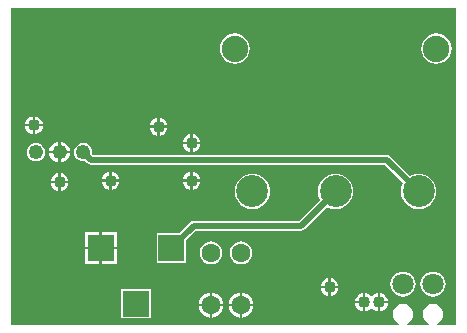
<source format=gbl>
%FSLAX24Y24*%
%MOIN*%
G70*
G01*
G75*
G04 Layer_Physical_Order=2*
G04 Layer_Color=16711680*
%ADD10R,0.0276X0.0354*%
%ADD11R,0.0512X0.0236*%
%ADD12R,0.0354X0.0276*%
%ADD13R,0.0315X0.0354*%
%ADD14R,0.0217X0.0394*%
%ADD15R,0.0472X0.0551*%
%ADD16R,0.0500X0.0299*%
%ADD17R,0.0217X0.0512*%
%ADD18C,0.0120*%
%ADD19C,0.0140*%
%ADD20C,0.0200*%
%ADD21C,0.0492*%
%ADD22R,0.0866X0.0866*%
%ADD23C,0.0709*%
%ADD24C,0.0630*%
%ADD25C,0.1063*%
%ADD26C,0.0882*%
%ADD27C,0.0400*%
G36*
X14913Y87D02*
X14278D01*
X14268Y136D01*
X14319Y157D01*
X14389Y211D01*
X14443Y281D01*
X14477Y362D01*
X14488Y450D01*
X14477Y538D01*
X14443Y619D01*
X14389Y689D01*
X14319Y743D01*
X14238Y777D01*
X14150Y788D01*
X14062Y777D01*
X13981Y743D01*
X13911Y689D01*
X13857Y619D01*
X13823Y538D01*
X13812Y450D01*
X13823Y362D01*
X13857Y281D01*
X13911Y211D01*
X13981Y157D01*
X14032Y136D01*
X14022Y87D01*
X13278D01*
X13268Y136D01*
X13319Y157D01*
X13389Y211D01*
X13443Y281D01*
X13477Y362D01*
X13488Y450D01*
X13477Y538D01*
X13443Y619D01*
X13389Y689D01*
X13319Y743D01*
X13238Y777D01*
X13150Y788D01*
X13062Y777D01*
X12981Y743D01*
X12911Y689D01*
X12857Y619D01*
X12823Y538D01*
X12812Y450D01*
X12823Y362D01*
X12857Y281D01*
X12911Y211D01*
X12981Y157D01*
X13032Y136D01*
X13022Y87D01*
X87D01*
Y10663D01*
X14913D01*
Y87D01*
D02*
G37*
%LPC*%
G36*
X10740Y1647D02*
Y1390D01*
X10997D01*
X10992Y1428D01*
X10962Y1501D01*
X10914Y1564D01*
X10851Y1612D01*
X10778Y1642D01*
X10740Y1647D01*
D02*
G37*
G36*
X3029Y2610D02*
X2536D01*
Y2117D01*
X3029D01*
Y2610D01*
D02*
G37*
G36*
X3602D02*
X3109D01*
Y2117D01*
X3602D01*
Y2610D01*
D02*
G37*
G36*
X10660Y1647D02*
X10622Y1642D01*
X10549Y1612D01*
X10486Y1564D01*
X10438Y1501D01*
X10408Y1428D01*
X10403Y1390D01*
X10660D01*
Y1647D01*
D02*
G37*
G36*
X12310Y1147D02*
X12272Y1142D01*
X12199Y1112D01*
X12136Y1064D01*
X12125Y1050D01*
X12075D01*
X12064Y1064D01*
X12001Y1112D01*
X11928Y1142D01*
X11890Y1147D01*
Y850D01*
Y553D01*
X11928Y558D01*
X12001Y588D01*
X12064Y636D01*
X12075Y650D01*
X12125D01*
X12136Y636D01*
X12199Y588D01*
X12272Y558D01*
X12310Y553D01*
Y850D01*
Y1147D01*
D02*
G37*
G36*
X10660Y1310D02*
X10403D01*
X10408Y1272D01*
X10438Y1199D01*
X10486Y1136D01*
X10549Y1088D01*
X10622Y1058D01*
X10660Y1053D01*
Y1310D01*
D02*
G37*
G36*
X10997D02*
X10740D01*
Y1053D01*
X10778Y1058D01*
X10851Y1088D01*
X10914Y1136D01*
X10962Y1199D01*
X10992Y1272D01*
X10997Y1310D01*
D02*
G37*
G36*
X8128Y5138D02*
X8012Y5127D01*
X7901Y5093D01*
X7798Y5038D01*
X7708Y4964D01*
X7634Y4874D01*
X7579Y4771D01*
X7545Y4660D01*
X7534Y4544D01*
X7545Y4428D01*
X7579Y4316D01*
X7634Y4213D01*
X7708Y4123D01*
X7798Y4050D01*
X7901Y3995D01*
X8012Y3961D01*
X8128Y3949D01*
X8244Y3961D01*
X8356Y3995D01*
X8459Y4050D01*
X8549Y4123D01*
X8623Y4213D01*
X8677Y4316D01*
X8711Y4428D01*
X8723Y4544D01*
X8711Y4660D01*
X8677Y4771D01*
X8623Y4874D01*
X8549Y4964D01*
X8459Y5038D01*
X8356Y5093D01*
X8244Y5127D01*
X8128Y5138D01*
D02*
G37*
G36*
X10900D02*
X10784Y5127D01*
X10673Y5093D01*
X10570Y5038D01*
X10480Y4964D01*
X10406Y4874D01*
X10351Y4771D01*
X10317Y4660D01*
X10306Y4544D01*
X10317Y4428D01*
X10351Y4316D01*
X10383Y4257D01*
X9689Y3563D01*
X6181D01*
X6119Y3551D01*
X6066Y3515D01*
X5693Y3143D01*
X4938D01*
Y2157D01*
X5924D01*
Y2912D01*
X6249Y3237D01*
X9756D01*
X9819Y3249D01*
X9872Y3285D01*
X10613Y4026D01*
X10673Y3995D01*
X10784Y3961D01*
X10900Y3949D01*
X11016Y3961D01*
X11127Y3995D01*
X11230Y4050D01*
X11320Y4123D01*
X11394Y4213D01*
X11449Y4316D01*
X11483Y4428D01*
X11494Y4544D01*
X11483Y4660D01*
X11449Y4771D01*
X11394Y4874D01*
X11320Y4964D01*
X11230Y5038D01*
X11127Y5093D01*
X11016Y5127D01*
X10900Y5138D01*
D02*
G37*
G36*
X2487Y6159D02*
X2407Y6148D01*
X2333Y6117D01*
X2269Y6068D01*
X2220Y6004D01*
X2189Y5930D01*
X2179Y5850D01*
X2189Y5770D01*
X2220Y5696D01*
X2269Y5632D01*
X2333Y5583D01*
X2407Y5552D01*
X2487Y5541D01*
X2556Y5550D01*
X2622Y5485D01*
X2675Y5449D01*
X2737Y5437D01*
X12548D01*
X13154Y4830D01*
X13123Y4771D01*
X13089Y4660D01*
X13077Y4544D01*
X13089Y4428D01*
X13123Y4316D01*
X13177Y4213D01*
X13251Y4123D01*
X13341Y4050D01*
X13444Y3995D01*
X13556Y3961D01*
X13672Y3949D01*
X13788Y3961D01*
X13899Y3995D01*
X14002Y4050D01*
X14092Y4123D01*
X14166Y4213D01*
X14221Y4316D01*
X14255Y4428D01*
X14266Y4544D01*
X14255Y4660D01*
X14221Y4771D01*
X14166Y4874D01*
X14092Y4964D01*
X14002Y5038D01*
X13899Y5093D01*
X13788Y5127D01*
X13672Y5138D01*
X13556Y5127D01*
X13444Y5093D01*
X13385Y5061D01*
X12731Y5715D01*
X12678Y5751D01*
X12615Y5763D01*
X2823D01*
X2790Y5801D01*
X2796Y5850D01*
X2786Y5930D01*
X2755Y6004D01*
X2706Y6068D01*
X2642Y6117D01*
X2567Y6148D01*
X2487Y6159D01*
D02*
G37*
G36*
X3602Y3183D02*
X3109D01*
Y2690D01*
X3602D01*
Y3183D01*
D02*
G37*
G36*
X6750Y2878D02*
X6652Y2865D01*
X6561Y2828D01*
X6483Y2767D01*
X6422Y2689D01*
X6385Y2598D01*
X6372Y2500D01*
X6385Y2402D01*
X6422Y2311D01*
X6483Y2233D01*
X6561Y2172D01*
X6652Y2135D01*
X6750Y2122D01*
X6848Y2135D01*
X6939Y2172D01*
X7017Y2233D01*
X7078Y2311D01*
X7115Y2402D01*
X7128Y2500D01*
X7115Y2598D01*
X7078Y2689D01*
X7017Y2767D01*
X6939Y2828D01*
X6848Y2865D01*
X6750Y2878D01*
D02*
G37*
G36*
X7750D02*
X7652Y2865D01*
X7561Y2828D01*
X7483Y2767D01*
X7422Y2689D01*
X7385Y2598D01*
X7372Y2500D01*
X7385Y2402D01*
X7422Y2311D01*
X7483Y2233D01*
X7561Y2172D01*
X7652Y2135D01*
X7750Y2122D01*
X7848Y2135D01*
X7939Y2172D01*
X8017Y2233D01*
X8078Y2311D01*
X8115Y2402D01*
X8128Y2500D01*
X8115Y2598D01*
X8078Y2689D01*
X8017Y2767D01*
X7939Y2828D01*
X7848Y2865D01*
X7750Y2878D01*
D02*
G37*
G36*
X3029Y3183D02*
X2536D01*
Y2690D01*
X3029D01*
Y3183D01*
D02*
G37*
G36*
X14150Y1868D02*
X14042Y1854D01*
X13941Y1812D01*
X13855Y1745D01*
X13788Y1659D01*
X13746Y1558D01*
X13732Y1450D01*
X13746Y1342D01*
X13788Y1241D01*
X13855Y1155D01*
X13941Y1088D01*
X14042Y1046D01*
X14150Y1032D01*
X14258Y1046D01*
X14359Y1088D01*
X14446Y1155D01*
X14512Y1241D01*
X14554Y1342D01*
X14568Y1450D01*
X14554Y1558D01*
X14512Y1659D01*
X14446Y1745D01*
X14359Y1812D01*
X14258Y1854D01*
X14150Y1868D01*
D02*
G37*
G36*
X8163Y710D02*
X7790D01*
Y337D01*
X7858Y346D01*
X7959Y388D01*
X8046Y454D01*
X8112Y541D01*
X8154Y642D01*
X8163Y710D01*
D02*
G37*
G36*
X11810Y810D02*
X11553D01*
X11558Y772D01*
X11588Y699D01*
X11636Y636D01*
X11699Y588D01*
X11772Y558D01*
X11810Y553D01*
Y810D01*
D02*
G37*
G36*
X12647D02*
X12390D01*
Y553D01*
X12428Y558D01*
X12501Y588D01*
X12564Y636D01*
X12612Y699D01*
X12642Y772D01*
X12647Y810D01*
D02*
G37*
G36*
X7710Y710D02*
X7337D01*
X7346Y642D01*
X7388Y541D01*
X7454Y454D01*
X7541Y388D01*
X7642Y346D01*
X7710Y337D01*
Y710D01*
D02*
G37*
G36*
X4743Y1293D02*
X3757D01*
Y307D01*
X4743D01*
Y1293D01*
D02*
G37*
G36*
X6710Y710D02*
X6337D01*
X6346Y642D01*
X6388Y541D01*
X6454Y454D01*
X6541Y388D01*
X6642Y346D01*
X6710Y337D01*
Y710D01*
D02*
G37*
G36*
X7163D02*
X6790D01*
Y337D01*
X6858Y346D01*
X6959Y388D01*
X7046Y454D01*
X7112Y541D01*
X7154Y642D01*
X7163Y710D01*
D02*
G37*
G36*
X11810Y1147D02*
X11772Y1142D01*
X11699Y1112D01*
X11636Y1064D01*
X11588Y1001D01*
X11558Y928D01*
X11553Y890D01*
X11810D01*
Y1147D01*
D02*
G37*
G36*
X12390D02*
Y890D01*
X12647D01*
X12642Y928D01*
X12612Y1001D01*
X12564Y1064D01*
X12501Y1112D01*
X12428Y1142D01*
X12390Y1147D01*
D02*
G37*
G36*
X13150Y1868D02*
X13042Y1854D01*
X12941Y1812D01*
X12854Y1745D01*
X12788Y1659D01*
X12746Y1558D01*
X12732Y1450D01*
X12746Y1342D01*
X12788Y1241D01*
X12854Y1155D01*
X12941Y1088D01*
X13042Y1046D01*
X13150Y1032D01*
X13258Y1046D01*
X13359Y1088D01*
X13446Y1155D01*
X13512Y1241D01*
X13554Y1342D01*
X13568Y1450D01*
X13554Y1558D01*
X13512Y1659D01*
X13446Y1745D01*
X13359Y1812D01*
X13258Y1854D01*
X13150Y1868D01*
D02*
G37*
G36*
X7790Y1163D02*
Y790D01*
X8163D01*
X8154Y858D01*
X8112Y959D01*
X8046Y1046D01*
X7959Y1112D01*
X7858Y1154D01*
X7790Y1163D01*
D02*
G37*
G36*
X6710D02*
X6642Y1154D01*
X6541Y1112D01*
X6454Y1046D01*
X6388Y959D01*
X6346Y858D01*
X6337Y790D01*
X6710D01*
Y1163D01*
D02*
G37*
G36*
X6790D02*
Y790D01*
X7163D01*
X7154Y858D01*
X7112Y959D01*
X7046Y1046D01*
X6959Y1112D01*
X6858Y1154D01*
X6790Y1163D01*
D02*
G37*
G36*
X7710D02*
X7642Y1154D01*
X7541Y1112D01*
X7454Y1046D01*
X7388Y959D01*
X7346Y858D01*
X7337Y790D01*
X7710D01*
Y1163D01*
D02*
G37*
G36*
X1660Y4810D02*
X1403D01*
X1408Y4772D01*
X1438Y4699D01*
X1486Y4636D01*
X1549Y4588D01*
X1622Y4558D01*
X1660Y4553D01*
Y4810D01*
D02*
G37*
G36*
X6140Y6447D02*
Y6190D01*
X6397D01*
X6392Y6228D01*
X6362Y6301D01*
X6314Y6364D01*
X6251Y6412D01*
X6178Y6442D01*
X6140Y6447D01*
D02*
G37*
G36*
X4960Y6660D02*
X4703D01*
X4708Y6622D01*
X4738Y6549D01*
X4786Y6486D01*
X4849Y6438D01*
X4922Y6408D01*
X4960Y6403D01*
Y6660D01*
D02*
G37*
G36*
X5297D02*
X5040D01*
Y6403D01*
X5078Y6408D01*
X5151Y6438D01*
X5214Y6486D01*
X5262Y6549D01*
X5292Y6622D01*
X5297Y6660D01*
D02*
G37*
G36*
X6060Y6447D02*
X6022Y6442D01*
X5949Y6412D01*
X5886Y6364D01*
X5838Y6301D01*
X5808Y6228D01*
X5803Y6190D01*
X6060D01*
Y6447D01*
D02*
G37*
G36*
X6397Y6110D02*
X6140D01*
Y5853D01*
X6178Y5858D01*
X6251Y5888D01*
X6314Y5936D01*
X6362Y5999D01*
X6392Y6072D01*
X6397Y6110D01*
D02*
G37*
G36*
X1660Y6194D02*
X1610Y6187D01*
X1525Y6152D01*
X1453Y6097D01*
X1398Y6025D01*
X1363Y5940D01*
X1356Y5890D01*
X1660D01*
Y6194D01*
D02*
G37*
G36*
X1740D02*
Y5890D01*
X2044D01*
X2037Y5940D01*
X2002Y6025D01*
X1947Y6097D01*
X1875Y6152D01*
X1790Y6187D01*
X1740Y6194D01*
D02*
G37*
G36*
X806Y6706D02*
X548D01*
X553Y6667D01*
X584Y6594D01*
X632Y6532D01*
X694Y6484D01*
X767Y6453D01*
X806Y6448D01*
Y6706D01*
D02*
G37*
G36*
X886Y7043D02*
Y6786D01*
X1143D01*
X1138Y6824D01*
X1108Y6897D01*
X1060Y6960D01*
X997Y7008D01*
X924Y7038D01*
X886Y7043D01*
D02*
G37*
G36*
X7538Y9809D02*
X7407Y9792D01*
X7285Y9741D01*
X7181Y9661D01*
X7100Y9556D01*
X7050Y9434D01*
X7033Y9304D01*
X7050Y9173D01*
X7100Y9051D01*
X7181Y8946D01*
X7285Y8866D01*
X7407Y8815D01*
X7538Y8798D01*
X7669Y8815D01*
X7790Y8866D01*
X7895Y8946D01*
X7975Y9051D01*
X8026Y9173D01*
X8043Y9304D01*
X8026Y9434D01*
X7975Y9556D01*
X7895Y9661D01*
X7790Y9741D01*
X7669Y9792D01*
X7538Y9809D01*
D02*
G37*
G36*
X14262D02*
X14131Y9792D01*
X14010Y9741D01*
X13905Y9661D01*
X13825Y9556D01*
X13774Y9434D01*
X13757Y9304D01*
X13774Y9173D01*
X13825Y9051D01*
X13905Y8946D01*
X14010Y8866D01*
X14131Y8815D01*
X14262Y8798D01*
X14393Y8815D01*
X14515Y8866D01*
X14619Y8946D01*
X14700Y9051D01*
X14750Y9173D01*
X14767Y9304D01*
X14750Y9434D01*
X14700Y9556D01*
X14619Y9661D01*
X14515Y9741D01*
X14393Y9792D01*
X14262Y9809D01*
D02*
G37*
G36*
X806Y7043D02*
X767Y7038D01*
X694Y7008D01*
X632Y6960D01*
X584Y6897D01*
X553Y6824D01*
X548Y6786D01*
X806D01*
Y7043D01*
D02*
G37*
G36*
X1143Y6706D02*
X886D01*
Y6448D01*
X924Y6453D01*
X997Y6484D01*
X1060Y6532D01*
X1108Y6594D01*
X1138Y6667D01*
X1143Y6706D01*
D02*
G37*
G36*
X4960Y6997D02*
X4922Y6992D01*
X4849Y6962D01*
X4786Y6914D01*
X4738Y6851D01*
X4708Y6778D01*
X4703Y6740D01*
X4960D01*
Y6997D01*
D02*
G37*
G36*
X5040D02*
Y6740D01*
X5297D01*
X5292Y6778D01*
X5262Y6851D01*
X5214Y6914D01*
X5151Y6962D01*
X5078Y6992D01*
X5040Y6997D01*
D02*
G37*
G36*
X3697Y4860D02*
X3440D01*
Y4603D01*
X3478Y4608D01*
X3551Y4638D01*
X3614Y4686D01*
X3662Y4749D01*
X3692Y4822D01*
X3697Y4860D01*
D02*
G37*
G36*
X1660Y5147D02*
X1622Y5142D01*
X1549Y5112D01*
X1486Y5064D01*
X1438Y5001D01*
X1408Y4928D01*
X1403Y4890D01*
X1660D01*
Y5147D01*
D02*
G37*
G36*
X1740D02*
Y4890D01*
X1997D01*
X1992Y4928D01*
X1962Y5001D01*
X1914Y5064D01*
X1851Y5112D01*
X1778Y5142D01*
X1740Y5147D01*
D02*
G37*
G36*
X3360Y4860D02*
X3103D01*
X3108Y4822D01*
X3138Y4749D01*
X3186Y4686D01*
X3249Y4638D01*
X3322Y4608D01*
X3360Y4603D01*
Y4860D01*
D02*
G37*
G36*
X1997Y4810D02*
X1740D01*
Y4553D01*
X1778Y4558D01*
X1851Y4588D01*
X1914Y4636D01*
X1962Y4699D01*
X1992Y4772D01*
X1997Y4810D01*
D02*
G37*
G36*
X6060Y4860D02*
X5803D01*
X5808Y4822D01*
X5838Y4749D01*
X5886Y4686D01*
X5949Y4638D01*
X6022Y4608D01*
X6060Y4603D01*
Y4860D01*
D02*
G37*
G36*
X6397D02*
X6140D01*
Y4603D01*
X6178Y4608D01*
X6251Y4638D01*
X6314Y4686D01*
X6362Y4749D01*
X6392Y4822D01*
X6397Y4860D01*
D02*
G37*
G36*
X6060Y5197D02*
X6022Y5192D01*
X5949Y5162D01*
X5886Y5114D01*
X5838Y5051D01*
X5808Y4978D01*
X5803Y4940D01*
X6060D01*
Y5197D01*
D02*
G37*
G36*
X2044Y5810D02*
X1740D01*
Y5506D01*
X1790Y5513D01*
X1875Y5548D01*
X1947Y5603D01*
X2002Y5675D01*
X2037Y5760D01*
X2044Y5810D01*
D02*
G37*
G36*
X913Y6159D02*
X833Y6148D01*
X758Y6117D01*
X694Y6068D01*
X645Y6004D01*
X614Y5930D01*
X604Y5850D01*
X614Y5770D01*
X645Y5696D01*
X694Y5632D01*
X758Y5583D01*
X833Y5552D01*
X913Y5541D01*
X993Y5552D01*
X1067Y5583D01*
X1131Y5632D01*
X1180Y5696D01*
X1211Y5770D01*
X1221Y5850D01*
X1211Y5930D01*
X1180Y6004D01*
X1131Y6068D01*
X1067Y6117D01*
X993Y6148D01*
X913Y6159D01*
D02*
G37*
G36*
X6060Y6110D02*
X5803D01*
X5808Y6072D01*
X5838Y5999D01*
X5886Y5936D01*
X5949Y5888D01*
X6022Y5858D01*
X6060Y5853D01*
Y6110D01*
D02*
G37*
G36*
X1660Y5810D02*
X1356D01*
X1363Y5760D01*
X1398Y5675D01*
X1453Y5603D01*
X1525Y5548D01*
X1610Y5513D01*
X1660Y5506D01*
Y5810D01*
D02*
G37*
G36*
X6140Y5197D02*
Y4940D01*
X6397D01*
X6392Y4978D01*
X6362Y5051D01*
X6314Y5114D01*
X6251Y5162D01*
X6178Y5192D01*
X6140Y5197D01*
D02*
G37*
G36*
X3360Y5197D02*
X3322Y5192D01*
X3249Y5162D01*
X3186Y5114D01*
X3138Y5051D01*
X3108Y4978D01*
X3103Y4940D01*
X3360D01*
Y5197D01*
D02*
G37*
G36*
X3440D02*
Y4940D01*
X3697D01*
X3692Y4978D01*
X3662Y5051D01*
X3614Y5114D01*
X3551Y5162D01*
X3478Y5192D01*
X3440Y5197D01*
D02*
G37*
%LPD*%
D20*
X2487Y5850D02*
X2737Y5600D01*
X12615D01*
X13672Y4544D01*
X5431Y2650D02*
X6181Y3400D01*
X9756D01*
X10900Y4544D01*
D21*
X2487Y5850D02*
D03*
X1700D02*
D03*
X913D02*
D03*
D22*
X5431Y2650D02*
D03*
X3069D02*
D03*
X4250Y800D02*
D03*
D23*
X14150Y1450D02*
D03*
X13150D02*
D03*
D24*
X7750Y2500D02*
D03*
X6750D02*
D03*
Y750D02*
D03*
X7750D02*
D03*
D25*
X8128Y4544D02*
D03*
X13672D02*
D03*
X10900D02*
D03*
D26*
X7538Y9304D02*
D03*
X14262D02*
D03*
D27*
X3400Y4900D02*
D03*
X10700Y1350D02*
D03*
X12350Y850D02*
D03*
X11850D02*
D03*
X846Y6746D02*
D03*
X1700Y4850D02*
D03*
X6100Y4900D02*
D03*
Y6150D02*
D03*
X5000Y6700D02*
D03*
M02*

</source>
